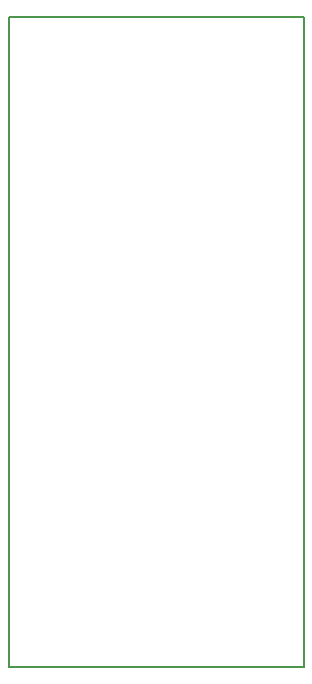
<source format=gbr>
%TF.GenerationSoftware,KiCad,Pcbnew,7.0.5*%
%TF.CreationDate,2023-12-24T21:30:35-08:00*%
%TF.ProjectId,Lyrav3,4c797261-7633-42e6-9b69-6361645f7063,rev?*%
%TF.SameCoordinates,Original*%
%TF.FileFunction,Profile,NP*%
%FSLAX46Y46*%
G04 Gerber Fmt 4.6, Leading zero omitted, Abs format (unit mm)*
G04 Created by KiCad (PCBNEW 7.0.5) date 2023-12-24 21:30:35*
%MOMM*%
%LPD*%
G01*
G04 APERTURE LIST*
%TA.AperFunction,Profile*%
%ADD10C,0.200000*%
%TD*%
G04 APERTURE END LIST*
D10*
X0Y55000000D02*
X25000000Y55000000D01*
X25000000Y0D01*
X0Y0D01*
X0Y55000000D01*
M02*

</source>
